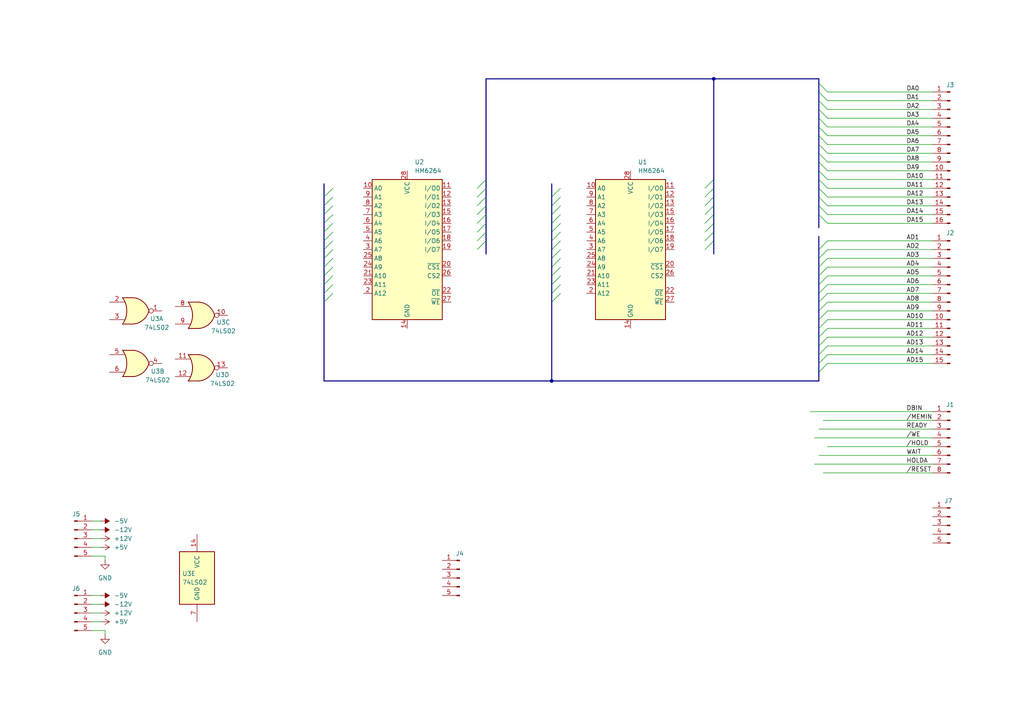
<source format=kicad_sch>
(kicad_sch (version 20250114) (generator "eeschema") (generator_version "9.0")
  (paper "A4")
  (lib_symbols
    (symbol "74xx:74LS02" (pin_names (offset 1.016))
      (property "Reference" "U" (at 0 1.27 0))
      (property "Value" "74LS02" (at 0 -1.27 0))
      (symbol "74LS02_1_1"
        (arc (start -3.81 3.81) (mid -2.589 0) (end -3.81 -3.81) (stroke (width 0.254)))
        (polyline (pts (xy -3.81 3.81) (xy -0.635 3.81)) (stroke (width 0.254)) (fill (type background)))
        (polyline (pts (xy -3.81 -3.81) (xy -0.635 -3.81)) (stroke (width 0.254)) (fill (type background)))
        (arc (start 3.81 0) (mid 2.1855 -2.584) (end -0.6096 -3.81) (stroke (width 0.254)) (fill (type background)))
        (arc (start -0.6096 3.81) (mid 2.1928 2.5924) (end 3.81 0) (stroke (width 0.254)) (fill (type background)))
        (polyline (pts (xy -0.635 3.81) (xy -3.81 3.81) (xy -3.81 3.81) (xy -3.556 3.4036) (xy -3.0226 2.2606) (xy -2.6924 1.0414) (xy -2.6162 -0.254) (xy -2.7686 -1.4986) (xy -3.175 -2.7178) (xy -3.81 -3.81) (xy -3.81 -3.81) (xy -0.635 -3.81)) (stroke (width -25.4)) (fill (type background)))
        (pin input line (at -7.62 2.54 0) (length 4.318) (name "~") (number "2"))
        (pin input line (at -7.62 -2.54 0) (length 4.318) (name "~") (number "3"))
        (pin output inverted (at 7.62 0 180) (length 3.81) (name "~") (number "1"))
      )
      (symbol "74LS02_1_2"
        (arc (start 0 3.81) (mid 3.7934 0) (end 0 -3.81) (stroke (width 0.254)) (fill (type background)))
        (polyline (pts (xy 0 3.81) (xy -3.81 3.81) (xy -3.81 -3.81) (xy 0 -3.81)) (stroke (width 0.254)) (fill (type background)))
        (pin input inverted (at -7.62 2.54 0) (length 3.81) (name "~") (number "2"))
        (pin input inverted (at -7.62 -2.54 0) (length 3.81) (name "~") (number "3"))
        (pin output line (at 7.62 0 180) (length 3.81) (name "~") (number "1"))
      )
      (symbol "74LS02_2_1"
        (arc (start -3.81 3.81) (mid -2.589 0) (end -3.81 -3.81) (stroke (width 0.254)))
        (polyline (pts (xy -3.81 3.81) (xy -0.635 3.81)) (stroke (width 0.254)) (fill (type background)))
        (polyline (pts (xy -3.81 -3.81) (xy -0.635 -3.81)) (stroke (width 0.254)) (fill (type background)))
        (arc (start 3.81 0) (mid 2.1855 -2.584) (end -0.6096 -3.81) (stroke (width 0.254)) (fill (type background)))
        (arc (start -0.6096 3.81) (mid 2.1928 2.5924) (end 3.81 0) (stroke (width 0.254)) (fill (type background)))
        (polyline (pts (xy -0.635 3.81) (xy -3.81 3.81) (xy -3.81 3.81) (xy -3.556 3.4036) (xy -3.0226 2.2606) (xy -2.6924 1.0414) (xy -2.6162 -0.254) (xy -2.7686 -1.4986) (xy -3.175 -2.7178) (xy -3.81 -3.81) (xy -3.81 -3.81) (xy -0.635 -3.81)) (stroke (width -25.4)) (fill (type background)))
        (pin input line (at -7.62 2.54 0) (length 4.318) (name "~") (number "5"))
        (pin input line (at -7.62 -2.54 0) (length 4.318) (name "~") (number "6"))
        (pin output inverted (at 7.62 0 180) (length 3.81) (name "~") (number "4"))
      )
      (symbol "74LS02_2_2"
        (arc (start 0 3.81) (mid 3.7934 0) (end 0 -3.81) (stroke (width 0.254)) (fill (type background)))
        (polyline (pts (xy 0 3.81) (xy -3.81 3.81) (xy -3.81 -3.81) (xy 0 -3.81)) (stroke (width 0.254)) (fill (type background)))
        (pin input inverted (at -7.62 2.54 0) (length 3.81) (name "~") (number "5"))
        (pin input inverted (at -7.62 -2.54 0) (length 3.81) (name "~") (number "6"))
        (pin output line (at 7.62 0 180) (length 3.81) (name "~") (number "4"))
      )
      (symbol "74LS02_3_1"
        (arc (start -3.81 3.81) (mid -2.589 0) (end -3.81 -3.81) (stroke (width 0.254)))
        (polyline (pts (xy -3.81 3.81) (xy -0.635 3.81)) (stroke (width 0.254)) (fill (type background)))
        (polyline (pts (xy -3.81 -3.81) (xy -0.635 -3.81)) (stroke (width 0.254)) (fill (type background)))
        (arc (start 3.81 0) (mid 2.1855 -2.584) (end -0.6096 -3.81) (stroke (width 0.254)) (fill (type background)))
        (arc (start -0.6096 3.81) (mid 2.1928 2.5924) (end 3.81 0) (stroke (width 0.254)) (fill (type background)))
        (polyline (pts (xy -0.635 3.81) (xy -3.81 3.81) (xy -3.81 3.81) (xy -3.556 3.4036) (xy -3.0226 2.2606) (xy -2.6924 1.0414) (xy -2.6162 -0.254) (xy -2.7686 -1.4986) (xy -3.175 -2.7178) (xy -3.81 -3.81) (xy -3.81 -3.81) (xy -0.635 -3.81)) (stroke (width -25.4)) (fill (type background)))
        (pin input line (at -7.62 2.54 0) (length 4.318) (name "~") (number "8"))
        (pin input line (at -7.62 -2.54 0) (length 4.318) (name "~") (number "9"))
        (pin output inverted (at 7.62 0 180) (length 3.81) (name "~") (number "10"))
      )
      (symbol "74LS02_3_2"
        (arc (start 0 3.81) (mid 3.7934 0) (end 0 -3.81) (stroke (width 0.254)) (fill (type background)))
        (polyline (pts (xy 0 3.81) (xy -3.81 3.81) (xy -3.81 -3.81) (xy 0 -3.81)) (stroke (width 0.254)) (fill (type background)))
        (pin input inverted (at -7.62 2.54 0) (length 3.81) (name "~") (number "8"))
        (pin input inverted (at -7.62 -2.54 0) (length 3.81) (name "~") (number "9"))
        (pin output line (at 7.62 0 180) (length 3.81) (name "~") (number "10"))
      )
      (symbol "74LS02_4_1"
        (arc (start -3.81 3.81) (mid -2.589 0) (end -3.81 -3.81) (stroke (width 0.254)))
        (polyline (pts (xy -3.81 3.81) (xy -0.635 3.81)) (stroke (width 0.254)) (fill (type background)))
        (polyline (pts (xy -3.81 -3.81) (xy -0.635 -3.81)) (stroke (width 0.254)) (fill (type background)))
        (arc (start 3.81 0) (mid 2.1855 -2.584) (end -0.6096 -3.81) (stroke (width 0.254)) (fill (type background)))
        (arc (start -0.6096 3.81) (mid 2.1928 2.5924) (end 3.81 0) (stroke (width 0.254)) (fill (type background)))
        (polyline (pts (xy -0.635 3.81) (xy -3.81 3.81) (xy -3.81 3.81) (xy -3.556 3.4036) (xy -3.0226 2.2606) (xy -2.6924 1.0414) (xy -2.6162 -0.254) (xy -2.7686 -1.4986) (xy -3.175 -2.7178) (xy -3.81 -3.81) (xy -3.81 -3.81) (xy -0.635 -3.81)) (stroke (width -25.4)) (fill (type background)))
        (pin input line (at -7.62 2.54 0) (length 4.318) (name "~") (number "11"))
        (pin input line (at -7.62 -2.54 0) (length 4.318) (name "~") (number "12"))
        (pin output inverted (at 7.62 0 180) (length 3.81) (name "~") (number "13"))
      )
      (symbol "74LS02_4_2"
        (arc (start 0 3.81) (mid 3.7934 0) (end 0 -3.81) (stroke (width 0.254)) (fill (type background)))
        (polyline (pts (xy 0 3.81) (xy -3.81 3.81) (xy -3.81 -3.81) (xy 0 -3.81)) (stroke (width 0.254)) (fill (type background)))
        (pin input inverted (at -7.62 2.54 0) (length 3.81) (name "~") (number "11"))
        (pin input inverted (at -7.62 -2.54 0) (length 3.81) (name "~") (number "12"))
        (pin output line (at 7.62 0 180) (length 3.81) (name "~") (number "13"))
      )
      (symbol "74LS02_5_0"
        (pin power_in line (at 0 12.7 270) (length 5.08) (name "VCC") (number "14"))
        (pin power_in line (at 0 -12.7 90) (length 5.08) (name "GND") (number "7"))
      )
      (symbol "74LS02_5_1"
        (rectangle (start -5.08 7.62) (end 5.08 -7.62) (stroke (width 0.254)) (fill (type background)))
      )
    )
    (symbol "Connector:Conn_01x05_Pin" (pin_names (offset 1.016) (hide yes))
      (property "Reference" "J" (at 0 7.62 0))
      (property "Value" "Conn_01x05_Pin" (at 0 -7.62 0))
      (symbol "Conn_01x05_Pin_1_1"
        (rectangle (start 0.8636 5.207) (end 0 4.953) (stroke (width 0.1524)) (fill (type outline)))
        (rectangle (start 0.8636 2.667) (end 0 2.413) (stroke (width 0.1524)) (fill (type outline)))
        (rectangle (start 0.8636 0.127) (end 0 -0.127) (stroke (width 0.1524)) (fill (type outline)))
        (rectangle (start 0.8636 -2.413) (end 0 -2.667) (stroke (width 0.1524)) (fill (type outline)))
        (rectangle (start 0.8636 -4.953) (end 0 -5.207) (stroke (width 0.1524)) (fill (type outline)))
        (polyline (pts (xy 1.27 5.08) (xy 0.8636 5.08)) (stroke (width 0.1524)))
        (polyline (pts (xy 1.27 2.54) (xy 0.8636 2.54)) (stroke (width 0.1524)))
        (polyline (pts (xy 1.27 0) (xy 0.8636 0)) (stroke (width 0.1524)))
        (polyline (pts (xy 1.27 -2.54) (xy 0.8636 -2.54)) (stroke (width 0.1524)))
        (polyline (pts (xy 1.27 -5.08) (xy 0.8636 -5.08)) (stroke (width 0.1524)))
        (pin passive line (at 5.08 5.08 180) (length 3.81) (name "Pin_1") (number "1"))
        (pin passive line (at 5.08 2.54 180) (length 3.81) (name "Pin_2") (number "2"))
        (pin passive line (at 5.08 0 180) (length 3.81) (name "Pin_3") (number "3"))
        (pin passive line (at 5.08 -2.54 180) (length 3.81) (name "Pin_4") (number "4"))
        (pin passive line (at 5.08 -5.08 180) (length 3.81) (name "Pin_5") (number "5"))
      )
    )
    (symbol "Connector:Conn_01x08_Pin" (pin_names (offset 1.016) (hide yes))
      (property "Reference" "J" (at 0 10.16 0))
      (property "Value" "Conn_01x08_Pin" (at 0 -12.7 0))
      (symbol "Conn_01x08_Pin_1_1"
        (rectangle (start 0.8636 7.747) (end 0 7.493) (stroke (width 0.1524)) (fill (type outline)))
        (rectangle (start 0.8636 5.207) (end 0 4.953) (stroke (width 0.1524)) (fill (type outline)))
        (rectangle (start 0.8636 2.667) (end 0 2.413) (stroke (width 0.1524)) (fill (type outline)))
        (rectangle (start 0.8636 0.127) (end 0 -0.127) (stroke (width 0.1524)) (fill (type outline)))
        (rectangle (start 0.8636 -2.413) (end 0 -2.667) (stroke (width 0.1524)) (fill (type outline)))
        (rectangle (start 0.8636 -4.953) (end 0 -5.207) (stroke (width 0.1524)) (fill (type outline)))
        (rectangle (start 0.8636 -7.493) (end 0 -7.747) (stroke (width 0.1524)) (fill (type outline)))
        (rectangle (start 0.8636 -10.033) (end 0 -10.287) (stroke (width 0.1524)) (fill (type outline)))
        (polyline (pts (xy 1.27 7.62) (xy 0.8636 7.62)) (stroke (width 0.1524)))
        (polyline (pts (xy 1.27 5.08) (xy 0.8636 5.08)) (stroke (width 0.1524)))
        (polyline (pts (xy 1.27 2.54) (xy 0.8636 2.54)) (stroke (width 0.1524)))
        (polyline (pts (xy 1.27 0) (xy 0.8636 0)) (stroke (width 0.1524)))
        (polyline (pts (xy 1.27 -2.54) (xy 0.8636 -2.54)) (stroke (width 0.1524)))
        (polyline (pts (xy 1.27 -5.08) (xy 0.8636 -5.08)) (stroke (width 0.1524)))
        (polyline (pts (xy 1.27 -7.62) (xy 0.8636 -7.62)) (stroke (width 0.1524)))
        (polyline (pts (xy 1.27 -10.16) (xy 0.8636 -10.16)) (stroke (width 0.1524)))
        (pin passive line (at 5.08 7.62 180) (length 3.81) (name "Pin_1") (number "1"))
        (pin passive line (at 5.08 5.08 180) (length 3.81) (name "Pin_2") (number "2"))
        (pin passive line (at 5.08 2.54 180) (length 3.81) (name "Pin_3") (number "3"))
        (pin passive line (at 5.08 0 180) (length 3.81) (name "Pin_4") (number "4"))
        (pin passive line (at 5.08 -2.54 180) (length 3.81) (name "Pin_5") (number "5"))
        (pin passive line (at 5.08 -5.08 180) (length 3.81) (name "Pin_6") (number "6"))
        (pin passive line (at 5.08 -7.62 180) (length 3.81) (name "Pin_7") (number "7"))
        (pin passive line (at 5.08 -10.16 180) (length 3.81) (name "Pin_8") (number "8"))
      )
    )
    (symbol "Connector:Conn_01x15_Pin" (pin_names (offset 1.016) (hide yes))
      (property "Reference" "J" (at 0 20.32 0))
      (property "Value" "Conn_01x15_Pin" (at 0 -20.32 0))
      (symbol "Conn_01x15_Pin_1_1"
        (rectangle (start 0.8636 17.907) (end 0 17.653) (stroke (width 0.1524)) (fill (type outline)))
        (rectangle (start 0.8636 15.367) (end 0 15.113) (stroke (width 0.1524)) (fill (type outline)))
        (rectangle (start 0.8636 12.827) (end 0 12.573) (stroke (width 0.1524)) (fill (type outline)))
        (rectangle (start 0.8636 10.287) (end 0 10.033) (stroke (width 0.1524)) (fill (type outline)))
        (rectangle (start 0.8636 7.747) (end 0 7.493) (stroke (width 0.1524)) (fill (type outline)))
        (rectangle (start 0.8636 5.207) (end 0 4.953) (stroke (width 0.1524)) (fill (type outline)))
        (rectangle (start 0.8636 2.667) (end 0 2.413) (stroke (width 0.1524)) (fill (type outline)))
        (rectangle (start 0.8636 0.127) (end 0 -0.127) (stroke (width 0.1524)) (fill (type outline)))
        (rectangle (start 0.8636 -2.413) (end 0 -2.667) (stroke (width 0.1524)) (fill (type outline)))
        (rectangle (start 0.8636 -4.953) (end 0 -5.207) (stroke (width 0.1524)) (fill (type outline)))
        (rectangle (start 0.8636 -7.493) (end 0 -7.747) (stroke (width 0.1524)) (fill (type outline)))
        (rectangle (start 0.8636 -10.033) (end 0 -10.287) (stroke (width 0.1524)) (fill (type outline)))
        (rectangle (start 0.8636 -12.573) (end 0 -12.827) (stroke (width 0.1524)) (fill (type outline)))
        (rectangle (start 0.8636 -15.113) (end 0 -15.367) (stroke (width 0.1524)) (fill (type outline)))
        (rectangle (start 0.8636 -17.653) (end 0 -17.907) (stroke (width 0.1524)) (fill (type outline)))
        (polyline (pts (xy 1.27 17.78) (xy 0.8636 17.78)) (stroke (width 0.1524)))
        (polyline (pts (xy 1.27 15.24) (xy 0.8636 15.24)) (stroke (width 0.1524)))
        (polyline (pts (xy 1.27 12.7) (xy 0.8636 12.7)) (stroke (width 0.1524)))
        (polyline (pts (xy 1.27 10.16) (xy 0.8636 10.16)) (stroke (width 0.1524)))
        (polyline (pts (xy 1.27 7.62) (xy 0.8636 7.62)) (stroke (width 0.1524)))
        (polyline (pts (xy 1.27 5.08) (xy 0.8636 5.08)) (stroke (width 0.1524)))
        (polyline (pts (xy 1.27 2.54) (xy 0.8636 2.54)) (stroke (width 0.1524)))
        (polyline (pts (xy 1.27 0) (xy 0.8636 0)) (stroke (width 0.1524)))
        (polyline (pts (xy 1.27 -2.54) (xy 0.8636 -2.54)) (stroke (width 0.1524)))
        (polyline (pts (xy 1.27 -5.08) (xy 0.8636 -5.08)) (stroke (width 0.1524)))
        (polyline (pts (xy 1.27 -7.62) (xy 0.8636 -7.62)) (stroke (width 0.1524)))
        (polyline (pts (xy 1.27 -10.16) (xy 0.8636 -10.16)) (stroke (width 0.1524)))
        (polyline (pts (xy 1.27 -12.7) (xy 0.8636 -12.7)) (stroke (width 0.1524)))
        (polyline (pts (xy 1.27 -15.24) (xy 0.8636 -15.24)) (stroke (width 0.1524)))
        (polyline (pts (xy 1.27 -17.78) (xy 0.8636 -17.78)) (stroke (width 0.1524)))
        (pin passive line (at 5.08 17.78 180) (length 3.81) (name "Pin_1") (number "1"))
        (pin passive line (at 5.08 15.24 180) (length 3.81) (name "Pin_2") (number "2"))
        (pin passive line (at 5.08 12.7 180) (length 3.81) (name "Pin_3") (number "3"))
        (pin passive line (at 5.08 10.16 180) (length 3.81) (name "Pin_4") (number "4"))
        (pin passive line (at 5.08 7.62 180) (length 3.81) (name "Pin_5") (number "5"))
        (pin passive line (at 5.08 5.08 180) (length 3.81) (name "Pin_6") (number "6"))
        (pin passive line (at 5.08 2.54 180) (length 3.81) (name "Pin_7") (number "7"))
        (pin passive line (at 5.08 0 180) (length 3.81) (name "Pin_8") (number "8"))
        (pin passive line (at 5.08 -2.54 180) (length 3.81) (name "Pin_9") (number "9"))
        (pin passive line (at 5.08 -5.08 180) (length 3.81) (name "Pin_10") (number "10"))
        (pin passive line (at 5.08 -7.62 180) (length 3.81) (name "Pin_11") (number "11"))
        (pin passive line (at 5.08 -10.16 180) (length 3.81) (name "Pin_12") (number "12"))
        (pin passive line (at 5.08 -12.7 180) (length 3.81) (name "Pin_13") (number "13"))
        (pin passive line (at 5.08 -15.24 180) (length 3.81) (name "Pin_14") (number "14"))
        (pin passive line (at 5.08 -17.78 180) (length 3.81) (name "Pin_15") (number "15"))
      )
    )
    (symbol "Connector:Conn_01x16_Pin" (pin_names (offset 1.016) (hide yes))
      (property "Reference" "J" (at 0 20.32 0))
      (property "Value" "Conn_01x16_Pin" (at 0 -22.86 0))
      (symbol "Conn_01x16_Pin_1_1"
        (rectangle (start 0.8636 17.907) (end 0 17.653) (stroke (width 0.1524)) (fill (type outline)))
        (rectangle (start 0.8636 15.367) (end 0 15.113) (stroke (width 0.1524)) (fill (type outline)))
        (rectangle (start 0.8636 12.827) (end 0 12.573) (stroke (width 0.1524)) (fill (type outline)))
        (rectangle (start 0.8636 10.287) (end 0 10.033) (stroke (width 0.1524)) (fill (type outline)))
        (rectangle (start 0.8636 7.747) (end 0 7.493) (stroke (width 0.1524)) (fill (type outline)))
        (rectangle (start 0.8636 5.207) (end 0 4.953) (stroke (width 0.1524)) (fill (type outline)))
        (rectangle (start 0.8636 2.667) (end 0 2.413) (stroke (width 0.1524)) (fill (type outline)))
        (rectangle (start 0.8636 0.127) (end 0 -0.127) (stroke (width 0.1524)) (fill (type outline)))
        (rectangle (start 0.8636 -2.413) (end 0 -2.667) (stroke (width 0.1524)) (fill (type outline)))
        (rectangle (start 0.8636 -4.953) (end 0 -5.207) (stroke (width 0.1524)) (fill (type outline)))
        (rectangle (start 0.8636 -7.493) (end 0 -7.747) (stroke (width 0.1524)) (fill (type outline)))
        (rectangle (start 0.8636 -10.033) (end 0 -10.287) (stroke (width 0.1524)) (fill (type outline)))
        (rectangle (start 0.8636 -12.573) (end 0 -12.827) (stroke (width 0.1524)) (fill (type outline)))
        (rectangle (start 0.8636 -15.113) (end 0 -15.367) (stroke (width 0.1524)) (fill (type outline)))
        (rectangle (start 0.8636 -17.653) (end 0 -17.907) (stroke (width 0.1524)) (fill (type outline)))
        (rectangle (start 0.8636 -20.193) (end 0 -20.447) (stroke (width 0.1524)) (fill (type outline)))
        (polyline (pts (xy 1.27 17.78) (xy 0.8636 17.78)) (stroke (width 0.1524)))
        (polyline (pts (xy 1.27 15.24) (xy 0.8636 15.24)) (stroke (width 0.1524)))
        (polyline (pts (xy 1.27 12.7) (xy 0.8636 12.7)) (stroke (width 0.1524)))
        (polyline (pts (xy 1.27 10.16) (xy 0.8636 10.16)) (stroke (width 0.1524)))
        (polyline (pts (xy 1.27 7.62) (xy 0.8636 7.62)) (stroke (width 0.1524)))
        (polyline (pts (xy 1.27 5.08) (xy 0.8636 5.08)) (stroke (width 0.1524)))
        (polyline (pts (xy 1.27 2.54) (xy 0.8636 2.54)) (stroke (width 0.1524)))
        (polyline (pts (xy 1.27 0) (xy 0.8636 0)) (stroke (width 0.1524)))
        (polyline (pts (xy 1.27 -2.54) (xy 0.8636 -2.54)) (stroke (width 0.1524)))
        (polyline (pts (xy 1.27 -5.08) (xy 0.8636 -5.08)) (stroke (width 0.1524)))
        (polyline (pts (xy 1.27 -7.62) (xy 0.8636 -7.62)) (stroke (width 0.1524)))
        (polyline (pts (xy 1.27 -10.16) (xy 0.8636 -10.16)) (stroke (width 0.1524)))
        (polyline (pts (xy 1.27 -12.7) (xy 0.8636 -12.7)) (stroke (width 0.1524)))
        (polyline (pts (xy 1.27 -15.24) (xy 0.8636 -15.24)) (stroke (width 0.1524)))
        (polyline (pts (xy 1.27 -17.78) (xy 0.8636 -17.78)) (stroke (width 0.1524)))
        (polyline (pts (xy 1.27 -20.32) (xy 0.8636 -20.32)) (stroke (width 0.1524)))
        (pin passive line (at 5.08 17.78 180) (length 3.81) (name "Pin_1") (number "1"))
        (pin passive line (at 5.08 15.24 180) (length 3.81) (name "Pin_2") (number "2"))
        (pin passive line (at 5.08 12.7 180) (length 3.81) (name "Pin_3") (number "3"))
        (pin passive line (at 5.08 10.16 180) (length 3.81) (name "Pin_4") (number "4"))
        (pin passive line (at 5.08 7.62 180) (length 3.81) (name "Pin_5") (number "5"))
        (pin passive line (at 5.08 5.08 180) (length 3.81) (name "Pin_6") (number "6"))
        (pin passive line (at 5.08 2.54 180) (length 3.81) (name "Pin_7") (number "7"))
        (pin passive line (at 5.08 0 180) (length 3.81) (name "Pin_8") (number "8"))
        (pin passive line (at 5.08 -2.54 180) (length 3.81) (name "Pin_9") (number "9"))
        (pin passive line (at 5.08 -5.08 180) (length 3.81) (name "Pin_10") (number "10"))
        (pin passive line (at 5.08 -7.62 180) (length 3.81) (name "Pin_11") (number "11"))
        (pin passive line (at 5.08 -10.16 180) (length 3.81) (name "Pin_12") (number "12"))
        (pin passive line (at 5.08 -12.7 180) (length 3.81) (name "Pin_13") (number "13"))
        (pin passive line (at 5.08 -15.24 180) (length 3.81) (name "Pin_14") (number "14"))
        (pin passive line (at 5.08 -17.78 180) (length 3.81) (name "Pin_15") (number "15"))
        (pin passive line (at 5.08 -20.32 180) (length 3.81) (name "Pin_16") (number "16"))
      )
    )
    (symbol "Memory_RAM:HY6264AxP"
      (property "Reference" "U" (at -10.16 20.955 0))
      (property "Value" "HY6264AxP" (at 2.54 20.955 0))
      (symbol "HY6264AxP_0_0"
        (pin power_in line (at 0 22.86 270) (length 2.54) (name "VCC") (number "28"))
        (pin power_in line (at 0 -22.86 90) (length 2.54) (name "GND") (number "14"))
      )
      (symbol "HY6264AxP_0_1"
        (rectangle (start -10.16 20.32) (end 10.16 -20.32) (stroke (width 0.254)) (fill (type background)))
      )
      (symbol "HY6264AxP_1_1"
        (pin input line (at -12.7 17.78 0) (length 2.54) (name "A0") (number "10"))
        (pin input line (at -12.7 15.24 0) (length 2.54) (name "A1") (number "9"))
        (pin input line (at -12.7 12.7 0) (length 2.54) (name "A2") (number "8"))
        (pin input line (at -12.7 10.16 0) (length 2.54) (name "A3") (number "7"))
        (pin input line (at -12.7 7.62 0) (length 2.54) (name "A4") (number "6"))
        (pin input line (at -12.7 5.08 0) (length 2.54) (name "A5") (number "5"))
        (pin input line (at -12.7 2.54 0) (length 2.54) (name "A6") (number "4"))
        (pin input line (at -12.7 0 0) (length 2.54) (name "A7") (number "3"))
        (pin input line (at -12.7 -2.54 0) (length 2.54) (name "A8") (number "25"))
        (pin input line (at -12.7 -5.08 0) (length 2.54) (name "A9") (number "24"))
        (pin input line (at -12.7 -7.62 0) (length 2.54) (name "A10") (number "21"))
        (pin input line (at -12.7 -10.16 0) (length 2.54) (name "A11") (number "23"))
        (pin input line (at -12.7 -12.7 0) (length 2.54) (name "A12") (number "2"))
        (pin no_connect line (at 0 0 0) (length 2.54) (hide yes) (name "NC") (number "1"))
        (pin tri_state line (at 12.7 17.78 180) (length 2.54) (name "I/O0") (number "11"))
        (pin tri_state line (at 12.7 15.24 180) (length 2.54) (name "I/O1") (number "12"))
        (pin tri_state line (at 12.7 12.7 180) (length 2.54) (name "I/O2") (number "13"))
        (pin tri_state line (at 12.7 10.16 180) (length 2.54) (name "I/O3") (number "15"))
        (pin tri_state line (at 12.7 7.62 180) (length 2.54) (name "I/O4") (number "16"))
        (pin tri_state line (at 12.7 5.08 180) (length 2.54) (name "I/O5") (number "17"))
        (pin tri_state line (at 12.7 2.54 180) (length 2.54) (name "I/O6") (number "18"))
        (pin tri_state line (at 12.7 0 180) (length 2.54) (name "I/O7") (number "19"))
        (pin input line (at 12.7 -5.08 180) (length 2.54) (name "~{CS1}") (number "20"))
        (pin input line (at 12.7 -7.62 180) (length 2.54) (name "CS2") (number "26"))
        (pin input line (at 12.7 -12.7 180) (length 2.54) (name "~{OE}") (number "22"))
        (pin input line (at 12.7 -15.24 180) (length 2.54) (name "~{WE}") (number "27"))
      )
    )
    (symbol "power:+12V" (power) (pin_numbers (hide yes)) (pin_names (offset 0) (hide yes))
      (property "Value" "+12V" (at 0 3.556 0))
      (symbol "+12V_0_1"
        (polyline (pts (xy -0.762 1.27) (xy 0 2.54)))
        (polyline (pts (xy 0 2.54) (xy 0.762 1.27)))
        (polyline (pts (xy 0 0) (xy 0 2.54)))
      )
      (symbol "+12V_1_1"
        (pin power_in line (at 0 0 90) (length 0) (name "~") (number "1"))
      )
    )
    (symbol "power:+5V" (power) (pin_numbers (hide yes)) (pin_names (offset 0) (hide yes))
      (property "Value" "+5V" (at 0 3.556 0))
      (symbol "+5V_0_1"
        (polyline (pts (xy -0.762 1.27) (xy 0 2.54)))
        (polyline (pts (xy 0 2.54) (xy 0.762 1.27)))
        (polyline (pts (xy 0 0) (xy 0 2.54)))
      )
      (symbol "+5V_1_1"
        (pin power_in line (at 0 0 90) (length 0) (name "~") (number "1"))
      )
    )
    (symbol "power:-12V" (power) (pin_numbers (hide yes)) (pin_names (offset 0) (hide yes))
      (property "Value" "-12V" (at 0 3.556 0))
      (symbol "-12V_0_0"
        (pin power_in line (at 0 0 90) (length 0) (name "~") (number "1"))
      )
      (symbol "-12V_0_1"
        (polyline (pts (xy 0 0) (xy 0 1.27) (xy 0.762 1.27) (xy 0 2.54) (xy -0.762 1.27) (xy 0 1.27)) (fill (type outline)))
      )
    )
    (symbol "power:-5V" (power) (pin_numbers (hide yes)) (pin_names (offset 0) (hide yes))
      (property "Value" "-5V" (at 0 3.556 0))
      (symbol "-5V_0_0"
        (pin power_in line (at 0 0 90) (length 0) (name "~") (number "1"))
      )
      (symbol "-5V_0_1"
        (polyline (pts (xy 0 0) (xy 0 1.27) (xy 0.762 1.27) (xy 0 2.54) (xy -0.762 1.27) (xy 0 1.27)) (fill (type outline)))
      )
    )
    (symbol "power:GND" (power) (pin_numbers (hide yes)) (pin_names (offset 0) (hide yes))
      (property "Value" "GND" (at 0 -3.81 0))
      (symbol "GND_0_1"
        (polyline (pts (xy 0 0) (xy 0 -1.27) (xy 1.27 -1.27) (xy 0 -2.54) (xy -1.27 -1.27) (xy 0 -1.27)))
      )
      (symbol "GND_1_1"
        (pin power_in line (at 0 0 270) (length 0) (name "~") (number "1"))
      )
    )
  )
  (junction (at 207.01 22.86))
  (junction (at 160.02 110.49))
  (bus_entry (at 237.49 62.23) (size 2.54 2.54))
  (bus_entry (at 93.98 64.77) (size 2.54 -2.54))
  (bus_entry (at 138.43 57.15) (size 2.54 -2.54))
  (bus_entry (at 237.49 36.83) (size 2.54 2.54))
  (bus_entry (at 138.43 67.31) (size 2.54 -2.54))
  (bus_entry (at 138.43 64.77) (size 2.54 -2.54))
  (bus_entry (at 93.98 74.93) (size 2.54 -2.54))
  (bus_entry (at 204.47 62.23) (size 2.54 -2.54))
  (bus_entry (at 237.49 97.79) (size 2.54 -2.54))
  (bus_entry (at 237.49 90.17) (size 2.54 -2.54))
  (bus_entry (at 93.98 82.55) (size 2.54 -2.54))
  (bus_entry (at 160.02 82.55) (size 2.54 -2.54))
  (bus_entry (at 237.49 105.41) (size 2.54 -2.54))
  (bus_entry (at 237.49 24.13) (size 2.54 2.54))
  (bus_entry (at 237.49 95.25) (size 2.54 -2.54))
  (bus_entry (at 237.49 31.75) (size 2.54 2.54))
  (bus_entry (at 237.49 85.09) (size 2.54 -2.54))
  (bus_entry (at 138.43 72.39) (size 2.54 -2.54))
  (bus_entry (at 160.02 85.09) (size 2.54 -2.54))
  (bus_entry (at 237.49 82.55) (size 2.54 -2.54))
  (bus_entry (at 138.43 54.61) (size 2.54 -2.54))
  (bus_entry (at 204.47 72.39) (size 2.54 -2.54))
  (bus_entry (at 237.49 44.45) (size 2.54 2.54))
  (bus_entry (at 237.49 54.61) (size 2.54 2.54))
  (bus_entry (at 237.49 100.33) (size 2.54 -2.54))
  (bus_entry (at 237.49 102.87) (size 2.54 -2.54))
  (bus_entry (at 160.02 80.01) (size 2.54 -2.54))
  (bus_entry (at 237.49 29.21) (size 2.54 2.54))
  (bus_entry (at 237.49 26.67) (size 2.54 2.54))
  (bus_entry (at 93.98 85.09) (size 2.54 -2.54))
  (bus_entry (at 160.02 77.47) (size 2.54 -2.54))
  (bus_entry (at 138.43 69.85) (size 2.54 -2.54))
  (bus_entry (at 93.98 77.47) (size 2.54 -2.54))
  (bus_entry (at 237.49 41.91) (size 2.54 2.54))
  (bus_entry (at 237.49 77.47) (size 2.54 -2.54))
  (bus_entry (at 160.02 74.93) (size 2.54 -2.54))
  (bus_entry (at 138.43 59.69) (size 2.54 -2.54))
  (bus_entry (at 204.47 59.69) (size 2.54 -2.54))
  (bus_entry (at 204.47 54.61) (size 2.54 -2.54))
  (bus_entry (at 204.47 64.77) (size 2.54 -2.54))
  (bus_entry (at 93.98 67.31) (size 2.54 -2.54))
  (bus_entry (at 160.02 64.77) (size 2.54 -2.54))
  (bus_entry (at 237.49 46.99) (size 2.54 2.54))
  (bus_entry (at 93.98 72.39) (size 2.54 -2.54))
  (bus_entry (at 160.02 69.85) (size 2.54 -2.54))
  (bus_entry (at 138.43 62.23) (size 2.54 -2.54))
  (bus_entry (at 237.49 80.01) (size 2.54 -2.54))
  (bus_entry (at 237.49 87.63) (size 2.54 -2.54))
  (bus_entry (at 204.47 67.31) (size 2.54 -2.54))
  (bus_entry (at 204.47 69.85) (size 2.54 -2.54))
  (bus_entry (at 160.02 67.31) (size 2.54 -2.54))
  (bus_entry (at 93.98 62.23) (size 2.54 -2.54))
  (bus_entry (at 237.49 74.93) (size 2.54 -2.54))
  (bus_entry (at 237.49 92.71) (size 2.54 -2.54))
  (bus_entry (at 237.49 49.53) (size 2.54 2.54))
  (bus_entry (at 93.98 57.15) (size 2.54 -2.54))
  (bus_entry (at 160.02 72.39) (size 2.54 -2.54))
  (bus_entry (at 160.02 59.69) (size 2.54 -2.54))
  (bus_entry (at 160.02 87.63) (size 2.54 -2.54))
  (bus_entry (at 93.98 87.63) (size 2.54 -2.54))
  (bus_entry (at 93.98 59.69) (size 2.54 -2.54))
  (bus_entry (at 160.02 57.15) (size 2.54 -2.54))
  (bus_entry (at 237.49 52.07) (size 2.54 2.54))
  (bus_entry (at 204.47 57.15) (size 2.54 -2.54))
  (bus_entry (at 237.49 72.39) (size 2.54 -2.54))
  (bus_entry (at 237.49 34.29) (size 2.54 2.54))
  (bus_entry (at 237.49 39.37) (size 2.54 2.54))
  (bus_entry (at 160.02 62.23) (size 2.54 -2.54))
  (bus_entry (at 93.98 80.01) (size 2.54 -2.54))
  (bus_entry (at 237.49 107.95) (size 2.54 -2.54))
  (bus_entry (at 237.49 59.69) (size 2.54 2.54))
  (bus_entry (at 93.98 69.85) (size 2.54 -2.54))
  (bus_entry (at 237.49 57.15) (size 2.54 2.54))
  (bus (pts (xy 160.02 72.39) (xy 160.02 74.93)))
  (bus (pts (xy 93.98 82.55) (xy 93.98 85.09)))
  (bus (pts (xy 93.98 69.85) (xy 93.98 72.39)))
  (wire (pts (xy 240.03 62.23) (xy 270.51 62.23)))
  (wire (pts (xy 240.03 54.61) (xy 270.51 54.61)))
  (bus (pts (xy 237.49 46.99) (xy 237.49 44.45)))
  (wire (pts (xy 240.03 90.17) (xy 270.51 90.17)))
  (bus (pts (xy 237.49 36.83) (xy 237.49 34.29)))
  (wire (pts (xy 26.67 172.72) (xy 29.21 172.72)))
  (bus (pts (xy 237.49 41.91) (xy 237.49 39.37)))
  (wire (pts (xy 240.03 80.01) (xy 270.51 80.01)))
  (bus (pts (xy 237.49 92.71) (xy 237.49 95.25)))
  (wire (pts (xy 26.67 151.13) (xy 29.21 151.13)))
  (bus (pts (xy 237.49 66.04) (xy 237.49 62.23)))
  (bus (pts (xy 207.01 64.77) (xy 207.01 67.31)))
  (bus (pts (xy 237.49 44.45) (xy 237.49 41.91)))
  (wire (pts (xy 240.03 74.93) (xy 270.51 74.93)))
  (bus (pts (xy 237.49 52.07) (xy 237.49 49.53)))
  (bus (pts (xy 237.49 80.01) (xy 237.49 82.55)))
  (bus (pts (xy 207.01 69.85) (xy 207.01 73.66)))
  (bus (pts (xy 93.98 62.23) (xy 93.98 64.77)))
  (bus (pts (xy 237.49 22.86) (xy 207.01 22.86)))
  (bus (pts (xy 237.49 102.87) (xy 237.49 105.41)))
  (wire (pts (xy 26.67 177.8) (xy 29.21 177.8)))
  (bus (pts (xy 237.49 34.29) (xy 237.49 31.75)))
  (wire (pts (xy 26.67 158.75) (xy 29.21 158.75)))
  (bus (pts (xy 160.02 87.63) (xy 160.02 110.49)))
  (wire (pts (xy 240.03 97.79) (xy 270.51 97.79)))
  (bus (pts (xy 140.97 64.77) (xy 140.97 67.31)))
  (wire (pts (xy 238.76 121.92) (xy 270.51 121.92)))
  (bus (pts (xy 140.97 57.15) (xy 140.97 59.69)))
  (bus (pts (xy 93.98 67.31) (xy 93.98 69.85)))
  (bus (pts (xy 160.02 64.77) (xy 160.02 67.31)))
  (bus (pts (xy 140.97 62.23) (xy 140.97 64.77)))
  (bus (pts (xy 140.97 69.85) (xy 140.97 73.66)))
  (bus (pts (xy 207.01 52.07) (xy 207.01 54.61)))
  (wire (pts (xy 26.67 156.21) (xy 29.21 156.21)))
  (wire (pts (xy 30.48 161.29) (xy 26.67 161.29)))
  (wire (pts (xy 240.03 102.87) (xy 270.51 102.87)))
  (bus (pts (xy 93.98 57.15) (xy 93.98 59.69)))
  (wire (pts (xy 240.03 49.53) (xy 270.51 49.53)))
  (bus (pts (xy 237.49 68.58) (xy 237.49 72.39)))
  (wire (pts (xy 26.67 175.26) (xy 29.21 175.26)))
  (wire (pts (xy 240.03 46.99) (xy 270.51 46.99)))
  (bus (pts (xy 237.49 29.21) (xy 237.49 26.67)))
  (wire (pts (xy 240.03 34.29) (xy 270.51 34.29)))
  (wire (pts (xy 240.03 77.47) (xy 270.51 77.47)))
  (bus (pts (xy 160.02 82.55) (xy 160.02 85.09)))
  (wire (pts (xy 238.76 137.16) (xy 270.51 137.16)))
  (bus (pts (xy 237.49 85.09) (xy 237.49 87.63)))
  (bus (pts (xy 93.98 77.47) (xy 93.98 80.01)))
  (wire (pts (xy 240.03 31.75) (xy 270.51 31.75)))
  (bus (pts (xy 140.97 67.31) (xy 140.97 69.85)))
  (bus (pts (xy 237.49 77.47) (xy 237.49 80.01)))
  (wire (pts (xy 26.67 153.67) (xy 29.21 153.67)))
  (bus (pts (xy 207.01 22.86) (xy 207.01 52.07)))
  (wire (pts (xy 240.03 44.45) (xy 270.51 44.45)))
  (bus (pts (xy 160.02 74.93) (xy 160.02 77.47)))
  (wire (pts (xy 240.03 59.69) (xy 270.51 59.69)))
  (bus (pts (xy 140.97 52.07) (xy 140.97 54.61)))
  (bus (pts (xy 207.01 57.15) (xy 207.01 59.69)))
  (wire (pts (xy 240.03 26.67) (xy 270.51 26.67)))
  (bus (pts (xy 93.98 59.69) (xy 93.98 62.23)))
  (bus (pts (xy 207.01 62.23) (xy 207.01 64.77)))
  (wire (pts (xy 240.03 82.55) (xy 270.51 82.55)))
  (wire (pts (xy 240.03 39.37) (xy 270.51 39.37)))
  (bus (pts (xy 160.02 69.85) (xy 160.02 72.39)))
  (wire (pts (xy 240.03 41.91) (xy 270.51 41.91)))
  (wire (pts (xy 240.03 57.15) (xy 270.51 57.15)))
  (bus (pts (xy 237.49 107.95) (xy 237.49 110.49)))
  (wire (pts (xy 240.03 52.07) (xy 270.51 52.07)))
  (bus (pts (xy 237.49 54.61) (xy 237.49 52.07)))
  (bus (pts (xy 160.02 85.09) (xy 160.02 87.63)))
  (wire (pts (xy 240.03 87.63) (xy 270.51 87.63)))
  (wire (pts (xy 240.03 105.41) (xy 270.51 105.41)))
  (bus (pts (xy 237.49 82.55) (xy 237.49 85.09)))
  (bus (pts (xy 237.49 26.67) (xy 237.49 24.13)))
  (wire (pts (xy 240.03 92.71) (xy 270.51 92.71)))
  (bus (pts (xy 93.98 80.01) (xy 93.98 82.55)))
  (wire (pts (xy 240.03 36.83) (xy 270.51 36.83)))
  (bus (pts (xy 160.02 80.01) (xy 160.02 82.55)))
  (bus (pts (xy 237.49 31.75) (xy 237.49 29.21)))
  (bus (pts (xy 237.49 97.79) (xy 237.49 100.33)))
  (wire (pts (xy 237.49 132.08) (xy 270.51 132.08)))
  (wire (pts (xy 240.03 95.25) (xy 270.51 95.25)))
  (bus (pts (xy 237.49 39.37) (xy 237.49 36.83)))
  (bus (pts (xy 93.98 72.39) (xy 93.98 74.93)))
  (bus (pts (xy 140.97 59.69) (xy 140.97 62.23)))
  (bus (pts (xy 160.02 57.15) (xy 160.02 59.69)))
  (wire (pts (xy 240.03 72.39) (xy 270.51 72.39)))
  (bus (pts (xy 237.49 57.15) (xy 237.49 54.61)))
  (bus (pts (xy 237.49 72.39) (xy 237.49 74.93)))
  (wire (pts (xy 240.03 69.85) (xy 270.51 69.85)))
  (bus (pts (xy 140.97 54.61) (xy 140.97 57.15)))
  (bus (pts (xy 160.02 77.47) (xy 160.02 80.01)))
  (wire (pts (xy 240.03 100.33) (xy 270.51 100.33)))
  (bus (pts (xy 207.01 54.61) (xy 207.01 57.15)))
  (wire (pts (xy 236.22 134.62) (xy 270.51 134.62)))
  (wire (pts (xy 26.67 180.34) (xy 29.21 180.34)))
  (bus (pts (xy 160.02 53.34) (xy 160.02 57.15)))
  (wire (pts (xy 240.03 85.09) (xy 270.51 85.09)))
  (bus (pts (xy 160.02 110.49) (xy 93.98 110.49)))
  (bus (pts (xy 93.98 74.93) (xy 93.98 77.47)))
  (wire (pts (xy 234.95 119.38) (xy 270.51 119.38)))
  (bus (pts (xy 237.49 59.69) (xy 237.49 57.15)))
  (bus (pts (xy 160.02 62.23) (xy 160.02 64.77)))
  (bus (pts (xy 93.98 87.63) (xy 93.98 110.49)))
  (wire (pts (xy 270.51 124.46) (xy 237.49 124.46)))
  (bus (pts (xy 237.49 110.49) (xy 160.02 110.49)))
  (wire (pts (xy 30.48 182.88) (xy 26.67 182.88)))
  (bus (pts (xy 93.98 53.34) (xy 93.98 57.15)))
  (bus (pts (xy 93.98 64.77) (xy 93.98 67.31)))
  (bus (pts (xy 237.49 74.93) (xy 237.49 77.47)))
  (bus (pts (xy 93.98 85.09) (xy 93.98 87.63)))
  (wire (pts (xy 240.03 29.21) (xy 270.51 29.21)))
  (bus (pts (xy 207.01 67.31) (xy 207.01 69.85)))
  (bus (pts (xy 237.49 87.63) (xy 237.49 90.17)))
  (bus (pts (xy 207.01 22.86) (xy 140.97 22.86)))
  (bus (pts (xy 237.49 24.13) (xy 237.49 22.86)))
  (wire (pts (xy 236.22 127) (xy 270.51 127)))
  (bus (pts (xy 237.49 95.25) (xy 237.49 97.79)))
  (bus (pts (xy 237.49 105.41) (xy 237.49 107.95)))
  (wire (pts (xy 30.48 184.15) (xy 30.48 182.88)))
  (bus (pts (xy 237.49 49.53) (xy 237.49 46.99)))
  (bus (pts (xy 160.02 67.31) (xy 160.02 69.85)))
  (wire (pts (xy 270.51 129.54) (xy 240.03 129.54)))
  (bus (pts (xy 237.49 90.17) (xy 237.49 92.71)))
  (bus (pts (xy 207.01 59.69) (xy 207.01 62.23)))
  (bus (pts (xy 160.02 59.69) (xy 160.02 62.23)))
  (wire (pts (xy 30.48 162.56) (xy 30.48 161.29)))
  (bus (pts (xy 140.97 22.86) (xy 140.97 52.07)))
  (bus (pts (xy 237.49 100.33) (xy 237.49 102.87)))
  (bus (pts (xy 237.49 62.23) (xy 237.49 59.69)))
  (wire (pts (xy 240.03 64.77) (xy 270.51 64.77)))
  (label "AD7" (at 262.89 85.09 0))
  (label "DA1" (at 262.89 29.21 0))
  (label "HOLDA" (at 262.89 134.62 0))
  (label "AD2" (at 262.89 72.39 0))
  (label "DA0" (at 262.89 26.67 0))
  (label "AD8" (at 262.89 87.63 0))
  (label "AD1" (at 262.89 69.85 0))
  (label "AD6" (at 262.89 82.55 0))
  (label "DA3" (at 262.89 34.29 0))
  (label "DA13" (at 262.89 59.69 0))
  (label "DA15" (at 262.89 64.77 0))
  (label "AD5" (at 262.89 80.01 0))
  (label "DA11" (at 262.89 54.61 0))
  (label "AD13" (at 262.89 100.33 0))
  (label "READY" (at 262.89 124.46 0))
  (label "DA9" (at 262.89 49.53 0))
  (label "DBIN" (at 262.89 119.38 0))
  (label "DA2" (at 262.89 31.75 0))
  (label "DA8" (at 262.89 46.99 0))
  (label "AD12" (at 262.89 97.79 0))
  (label "DA12" (at 262.89 57.15 0))
  (label "AD10" (at 262.89 92.71 0))
  (label "AD4" (at 262.89 77.47 0))
  (label "AD9" (at 262.89 90.17 0))
  (label "{slash}WE" (at 262.89 127 0))
  (label "DA6" (at 262.89 41.91 0))
  (label "DA4" (at 262.89 36.83 0))
  (label "AD11" (at 262.89 95.25 0))
  (label "DA14" (at 262.89 62.23 0))
  (label "{slash}HOLD" (at 262.89 129.54 0))
  (label "{slash}RESET" (at 262.89 137.16 0))
  (label "DA10" (at 262.89 52.07 0))
  (label "DA5" (at 262.89 39.37 0))
  (label "DA7" (at 262.89 44.45 0))
  (label "AD3" (at 262.89 74.93 0))
  (label "AD15" (at 262.89 105.41 0))
  (label "WAIT" (at 262.89 132.08 0))
  (label "AD14" (at 262.89 102.87 0))
  (label "{slash}MEMIN" (at 262.89 121.92 0))
  (symbol (lib_id "Connector:Conn_01x15_Pin") (at 275.59 87.63 0) (mirror y) (unit 1)
    (property "Reference" "J2" (at 275.59 67.564 0))
    (property "Value" "Conn_01x15_Pin" (effects (hide yes)))
    (property "Footprint" "Connector_PinHeader_2.54mm:PinHeader_1x15_P2.54mm_Vertical" (effects (hide yes)))
    (property "Description" "Generic connector, single row, 01x15, script generated" (effects (hide yes)))
  )
  (symbol (lib_id "74xx:74LS02") (at 58.42 91.44 0) (unit 3)
    (property "Reference" "U3" (at 64.77 93.472 0))
    (property "Value" "74LS02" (at 64.77 96.012 0))
    (property "Footprint" "Package_DIP:DIP-14_W7.62mm" (effects (hide yes)))
    (property "Datasheet" "http://www.ti.com/lit/gpn/sn74ls02" (effects (hide yes)))
    (property "Description" "quad 2-input NOR gate" (effects (hide yes)))
  )
  (symbol (lib_id "74xx:74LS02") (at 58.42 106.68 0) (unit 4)
    (property "Reference" "U3" (at 64.516 108.712 0))
    (property "Value" "74LS02" (at 64.516 111.252 0))
    (property "Footprint" "Package_DIP:DIP-14_W7.62mm" (effects (hide yes)))
    (property "Datasheet" "http://www.ti.com/lit/gpn/sn74ls02" (effects (hide yes)))
    (property "Description" "quad 2-input NOR gate" (effects (hide yes)))
  )
  (symbol (lib_id "power:-5V") (at 29.21 172.72 270) (unit 1)
    (property "Reference" "#PWR05" (effects (hide yes)))
    (property "Value" "-5V" (at 33.02 172.7199 90) (effects (justify left)))
    (property "Description" "Power symbol creates a global label with name \"-5V\"" (effects (hide yes)))
  )
  (symbol (lib_id "Connector:Conn_01x05_Pin") (at 133.35 167.64 0) (mirror y) (unit 1)
    (property "Reference" "J4" (at 133.35 160.528 0))
    (property "Value" "Conn_01x05_Pin" (effects (hide yes)))
    (property "Footprint" "Connector_PinHeader_2.54mm:PinHeader_1x05_P2.54mm_Vertical" (effects (hide yes)))
    (property "Description" "Generic connector, single row, 01x05, script generated" (effects (hide yes)))
  )
  (symbol (lib_id "power:+12V") (at 29.21 156.21 270) (unit 1)
    (property "Reference" "#PWR08" (effects (hide yes)))
    (property "Value" "+12V" (at 33.02 156.2099 90) (effects (justify left)))
    (property "Description" "Power symbol creates a global label with name \"+12V\"" (effects (hide yes)))
  )
  (symbol (lib_id "Connector:Conn_01x16_Pin") (at 275.59 44.45 0) (mirror y) (unit 1)
    (property "Reference" "J3" (at 275.59 24.638 0))
    (property "Value" "Conn_01x16_Pin" (effects (hide yes)))
    (property "Footprint" "Connector_PinHeader_2.54mm:PinHeader_1x16_P2.54mm_Vertical" (effects (hide yes)))
    (property "Description" "Generic connector, single row, 01x16, script generated" (effects (hide yes)))
  )
  (symbol (lib_id "power:GND") (at 30.48 162.56 0) (unit 1)
    (property "Reference" "#PWR010" (effects (hide yes)))
    (property "Value" "GND" (at 30.48 167.64 0))
    (property "Description" "Power symbol creates a global label with name \"GND\" , ground" (effects (hide yes)))
  )
  (symbol (lib_id "power:-5V") (at 29.21 151.13 270) (unit 1)
    (property "Reference" "#PWR06" (effects (hide yes)))
    (property "Value" "-5V" (at 33.02 151.1299 90) (effects (justify left)))
    (property "Description" "Power symbol creates a global label with name \"-5V\"" (effects (hide yes)))
  )
  (symbol (lib_id "74xx:74LS02") (at 39.37 105.41 0) (unit 2)
    (property "Reference" "U3" (at 45.72 107.696 0))
    (property "Value" "74LS02" (at 45.72 110.236 0))
    (property "Footprint" "Package_DIP:DIP-14_W7.62mm" (effects (hide yes)))
    (property "Datasheet" "http://www.ti.com/lit/gpn/sn74ls02" (effects (hide yes)))
    (property "Description" "quad 2-input NOR gate" (effects (hide yes)))
  )
  (symbol (lib_id "Connector:Conn_01x05_Pin") (at 21.59 156.21 0) (unit 1)
    (property "Reference" "J5" (at 22.098 149.098 0))
    (property "Value" "Conn_01x05_Pin" (effects (hide yes)))
    (property "Footprint" "Connector_PinHeader_2.54mm:PinHeader_1x05_P2.54mm_Vertical" (effects (hide yes)))
    (property "Description" "Generic connector, single row, 01x05, script generated" (effects (hide yes)))
  )
  (symbol (lib_id "power:-12V") (at 29.21 175.26 270) (unit 1)
    (property "Reference" "#PWR04" (effects (hide yes)))
    (property "Value" "-12V" (at 33.02 175.2599 90) (effects (justify left)))
    (property "Description" "Power symbol creates a global label with name \"-12V\"" (effects (hide yes)))
  )
  (symbol (lib_id "Connector:Conn_01x08_Pin") (at 275.59 127 0) (mirror y) (unit 1)
    (property "Reference" "J1" (at 275.59 117.348 0))
    (property "Value" "Conn_01x08_Pin" (effects (hide yes)))
    (property "Footprint" "Connector_PinHeader_2.54mm:PinHeader_1x08_P2.54mm_Vertical" (effects (hide yes)))
    (property "Description" "Generic connector, single row, 01x08, script generated" (effects (hide yes)))
  )
  (symbol (lib_id "74xx:74LS02") (at 57.15 167.64 0) (unit 5)
    (property "Reference" "U3" (at 52.832 166.37 0) (effects (justify left)))
    (property "Value" "74LS02" (at 52.832 168.91 0) (effects (justify left)))
    (property "Footprint" "Package_DIP:DIP-14_W7.62mm" (effects (hide yes)))
    (property "Datasheet" "http://www.ti.com/lit/gpn/sn74ls02" (effects (hide yes)))
    (property "Description" "quad 2-input NOR gate" (effects (hide yes)))
  )
  (symbol (lib_id "Memory_RAM:HY6264AxP") (at 118.11 72.39 0) (unit 1)
    (property "Reference" "U2" (at 120.2533 46.99 0) (effects (justify left)))
    (property "Value" "HM6264" (at 120.2533 49.53 0) (effects (justify left)))
    (property "Footprint" "Package_DIP:DIP-28_W15.24mm" (effects (hide yes)))
    (property "Datasheet" "https://www.farnell.com/datasheets/2159.pdf" (effects (hide yes)))
    (property "Description" "Not in Production, 8Kx8 bit Static RAM, 70/85/100/120/150ns, DIP-28" (effects (hide yes)))
  )
  (symbol (lib_id "power:+5V") (at 29.21 180.34 270) (unit 1)
    (property "Reference" "#PWR02" (effects (hide yes)))
    (property "Value" "+5V" (at 33.02 180.3399 90) (effects (justify left)))
    (property "Description" "Power symbol creates a global label with name \"+5V\"" (effects (hide yes)))
  )
  (symbol (lib_id "Memory_RAM:HY6264AxP") (at 182.88 72.39 0) (unit 1)
    (property "Reference" "U1" (at 185.0233 46.99 0) (effects (justify left)))
    (property "Value" "HM6264" (at 185.0233 49.53 0) (effects (justify left)))
    (property "Footprint" "Package_DIP:DIP-28_W15.24mm" (effects (hide yes)))
    (property "Datasheet" "https://www.farnell.com/datasheets/2159.pdf" (effects (hide yes)))
    (property "Description" "Not in Production, 8Kx8 bit Static RAM, 70/85/100/120/150ns, DIP-28" (effects (hide yes)))
  )
  (symbol (lib_id "74xx:74LS02") (at 39.37 90.17 0) (unit 1)
    (property "Reference" "U3" (at 45.466 92.456 0))
    (property "Value" "74LS02" (at 45.466 94.996 0))
    (property "Footprint" "Package_DIP:DIP-14_W7.62mm" (effects (hide yes)))
    (property "Datasheet" "http://www.ti.com/lit/gpn/sn74ls02" (effects (hide yes)))
    (property "Description" "quad 2-input NOR gate" (effects (hide yes)))
  )
  (symbol (lib_id "power:GND") (at 30.48 184.15 0) (unit 1)
    (property "Reference" "#PWR01" (effects (hide yes)))
    (property "Value" "GND" (at 30.48 189.23 0))
    (property "Description" "Power symbol creates a global label with name \"GND\" , ground" (effects (hide yes)))
  )
  (symbol (lib_id "Connector:Conn_01x05_Pin") (at 21.59 177.8 0) (unit 1)
    (property "Reference" "J6" (at 22.098 170.688 0))
    (property "Value" "Conn_01x05_Pin" (effects (hide yes)))
    (property "Footprint" "Connector_PinHeader_2.54mm:PinHeader_1x05_P2.54mm_Vertical" (effects (hide yes)))
    (property "Description" "Generic connector, single row, 01x05, script generated" (effects (hide yes)))
  )
  (symbol (lib_id "power:+5V") (at 29.21 158.75 270) (unit 1)
    (property "Reference" "#PWR09" (effects (hide yes)))
    (property "Value" "+5V" (at 33.02 158.7499 90) (effects (justify left)))
    (property "Description" "Power symbol creates a global label with name \"+5V\"" (effects (hide yes)))
  )
  (symbol (lib_id "power:+12V") (at 29.21 177.8 270) (unit 1)
    (property "Reference" "#PWR03" (effects (hide yes)))
    (property "Value" "+12V" (at 33.02 177.7999 90) (effects (justify left)))
    (property "Description" "Power symbol creates a global label with name \"+12V\"" (effects (hide yes)))
  )
  (symbol (lib_id "power:-12V") (at 29.21 153.67 270) (unit 1)
    (property "Reference" "#PWR07" (effects (hide yes)))
    (property "Value" "-12V" (at 33.02 153.6699 90) (effects (justify left)))
    (property "Description" "Power symbol creates a global label with name \"-12V\"" (effects (hide yes)))
  )
  (symbol (lib_id "Connector:Conn_01x05_Pin") (at 275.59 152.4 0) (mirror y) (unit 1)
    (property "Reference" "J7" (at 275.082 145.288 0))
    (property "Value" "Conn_01x05_Pin" (effects (hide yes)))
    (property "Footprint" "Connector_PinHeader_2.54mm:PinHeader_1x05_P2.54mm_Vertical" (effects (hide yes)))
    (property "Description" "Generic connector, single row, 01x05, script generated" (effects (hide yes)))
  )
)
</source>
